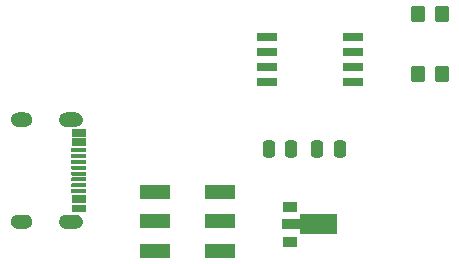
<source format=gtp>
%TF.GenerationSoftware,KiCad,Pcbnew,(6.0.6-0)*%
%TF.CreationDate,2022-08-20T19:49:00-04:00*%
%TF.ProjectId,SAO_Platform,53414f5f-506c-4617-9466-6f726d2e6b69,rev?*%
%TF.SameCoordinates,Original*%
%TF.FileFunction,Paste,Top*%
%TF.FilePolarity,Positive*%
%FSLAX46Y46*%
G04 Gerber Fmt 4.6, Leading zero omitted, Abs format (unit mm)*
G04 Created by KiCad (PCBNEW (6.0.6-0)) date 2022-08-20 19:49:00*
%MOMM*%
%LPD*%
G01*
G04 APERTURE LIST*
G04 Aperture macros list*
%AMRoundRect*
0 Rectangle with rounded corners*
0 $1 Rounding radius*
0 $2 $3 $4 $5 $6 $7 $8 $9 X,Y pos of 4 corners*
0 Add a 4 corners polygon primitive as box body*
4,1,4,$2,$3,$4,$5,$6,$7,$8,$9,$2,$3,0*
0 Add four circle primitives for the rounded corners*
1,1,$1+$1,$2,$3*
1,1,$1+$1,$4,$5*
1,1,$1+$1,$6,$7*
1,1,$1+$1,$8,$9*
0 Add four rect primitives between the rounded corners*
20,1,$1+$1,$2,$3,$4,$5,0*
20,1,$1+$1,$4,$5,$6,$7,0*
20,1,$1+$1,$6,$7,$8,$9,0*
20,1,$1+$1,$8,$9,$2,$3,0*%
%AMFreePoly0*
4,1,9,3.862500,-0.866500,0.737500,-0.866500,0.737500,-0.450000,-0.737500,-0.450000,-0.737500,0.450000,0.737500,0.450000,0.737500,0.866500,3.862500,0.866500,3.862500,-0.866500,3.862500,-0.866500,$1*%
G04 Aperture macros list end*
%ADD10O,2.000000X1.200000*%
%ADD11O,1.800000X1.200000*%
%ADD12R,1.300000X0.300000*%
%ADD13RoundRect,0.250000X-0.350000X-0.450000X0.350000X-0.450000X0.350000X0.450000X-0.350000X0.450000X0*%
%ADD14R,1.300000X0.900000*%
%ADD15FreePoly0,0.000000*%
%ADD16R,2.500000X1.200000*%
%ADD17RoundRect,0.250000X-0.250000X-0.475000X0.250000X-0.475000X0.250000X0.475000X-0.250000X0.475000X0*%
%ADD18R,1.700000X0.650000*%
G04 APERTURE END LIST*
%TO.C,J1*%
G36*
X108023230Y-92082098D02*
G01*
X106833230Y-92082098D01*
X106833230Y-91582098D01*
X108023230Y-91582098D01*
X108023230Y-92082098D01*
G37*
G36*
X102928230Y-84513098D02*
G01*
X102958230Y-84515098D01*
X102987230Y-84519098D01*
X103017230Y-84524098D01*
X103046230Y-84531098D01*
X103075230Y-84539098D01*
X103103230Y-84548098D01*
X103131230Y-84559098D01*
X103158230Y-84571098D01*
X103185230Y-84585098D01*
X103211230Y-84600098D01*
X103236230Y-84616098D01*
X103284230Y-84652098D01*
X103306230Y-84672098D01*
X103327230Y-84693098D01*
X103348230Y-84715098D01*
X103367230Y-84738098D01*
X103385230Y-84762098D01*
X103402230Y-84786098D01*
X103418230Y-84812098D01*
X103432230Y-84838098D01*
X103445230Y-84865098D01*
X103467230Y-84921098D01*
X103476230Y-84949098D01*
X103483230Y-84978098D01*
X103489230Y-85008098D01*
X103493230Y-85037098D01*
X103496230Y-85067098D01*
X103498230Y-85097098D01*
X103498230Y-85127098D01*
X103496230Y-85157098D01*
X103493230Y-85187098D01*
X103489230Y-85216098D01*
X103483230Y-85245098D01*
X103476230Y-85274098D01*
X103467230Y-85303098D01*
X103445230Y-85359098D01*
X103432230Y-85386098D01*
X103418230Y-85412098D01*
X103402230Y-85437098D01*
X103385230Y-85462098D01*
X103367230Y-85486098D01*
X103348230Y-85509098D01*
X103327230Y-85531098D01*
X103306230Y-85552098D01*
X103284230Y-85572098D01*
X103236230Y-85608098D01*
X103211230Y-85624098D01*
X103185230Y-85639098D01*
X103158230Y-85653098D01*
X103131230Y-85665098D01*
X103103230Y-85676098D01*
X103075230Y-85685098D01*
X103046230Y-85693098D01*
X103017230Y-85700098D01*
X102987230Y-85705098D01*
X102958230Y-85709098D01*
X102928230Y-85711098D01*
X102898230Y-85712098D01*
X102298230Y-85712098D01*
X102268230Y-85711098D01*
X102238230Y-85709098D01*
X102209230Y-85705098D01*
X102179230Y-85700098D01*
X102150230Y-85693098D01*
X102121230Y-85685098D01*
X102093230Y-85676098D01*
X102065230Y-85665098D01*
X102038230Y-85653098D01*
X102011230Y-85639098D01*
X101985230Y-85624098D01*
X101960230Y-85608098D01*
X101912230Y-85572098D01*
X101890230Y-85552098D01*
X101868230Y-85531098D01*
X101848230Y-85509098D01*
X101829230Y-85486098D01*
X101811230Y-85462098D01*
X101794230Y-85437098D01*
X101778230Y-85412098D01*
X101764230Y-85386098D01*
X101751230Y-85359098D01*
X101739230Y-85331098D01*
X101729230Y-85303098D01*
X101720230Y-85274098D01*
X101713230Y-85245098D01*
X101707230Y-85216098D01*
X101703230Y-85187098D01*
X101700230Y-85157098D01*
X101698230Y-85127098D01*
X101698230Y-85097098D01*
X101700230Y-85067098D01*
X101703230Y-85037098D01*
X101707230Y-85008098D01*
X101713230Y-84978098D01*
X101720230Y-84949098D01*
X101729230Y-84921098D01*
X101739230Y-84893098D01*
X101751230Y-84865098D01*
X101764230Y-84838098D01*
X101778230Y-84812098D01*
X101794230Y-84786098D01*
X101811230Y-84762098D01*
X101829230Y-84738098D01*
X101848230Y-84715098D01*
X101868230Y-84693098D01*
X101890230Y-84672098D01*
X101912230Y-84652098D01*
X101960230Y-84616098D01*
X101985230Y-84600098D01*
X102011230Y-84585098D01*
X102038230Y-84571098D01*
X102065230Y-84559098D01*
X102093230Y-84548098D01*
X102121230Y-84539098D01*
X102150230Y-84531098D01*
X102179230Y-84524098D01*
X102209230Y-84519098D01*
X102238230Y-84515098D01*
X102268230Y-84513098D01*
X102298230Y-84512098D01*
X102898230Y-84512098D01*
X102928230Y-84513098D01*
G37*
G36*
X108073230Y-88332098D02*
G01*
X106783230Y-88332098D01*
X106783230Y-88032098D01*
X108073230Y-88032098D01*
X108073230Y-88332098D01*
G37*
G36*
X108023230Y-87282098D02*
G01*
X106833230Y-87282098D01*
X106833230Y-86782098D01*
X108023230Y-86782098D01*
X108023230Y-87282098D01*
G37*
G36*
X108023230Y-92882098D02*
G01*
X106833230Y-92882098D01*
X106833230Y-92382098D01*
X108023230Y-92382098D01*
X108023230Y-92882098D01*
G37*
G36*
X108023230Y-86482098D02*
G01*
X106833230Y-86482098D01*
X106833230Y-85982098D01*
X108023230Y-85982098D01*
X108023230Y-86482098D01*
G37*
G36*
X107208230Y-93153098D02*
G01*
X107238230Y-93155098D01*
X107267230Y-93159098D01*
X107297230Y-93164098D01*
X107326230Y-93171098D01*
X107355230Y-93179098D01*
X107383230Y-93188098D01*
X107411230Y-93199098D01*
X107438230Y-93211098D01*
X107465230Y-93225098D01*
X107491230Y-93240098D01*
X107516230Y-93256098D01*
X107564230Y-93292098D01*
X107586230Y-93312098D01*
X107608230Y-93333098D01*
X107628230Y-93355098D01*
X107647230Y-93378098D01*
X107665230Y-93402098D01*
X107682230Y-93427098D01*
X107698230Y-93452098D01*
X107712230Y-93478098D01*
X107725230Y-93505098D01*
X107737230Y-93533098D01*
X107747230Y-93561098D01*
X107756230Y-93590098D01*
X107763230Y-93619098D01*
X107769230Y-93648098D01*
X107773230Y-93677098D01*
X107776230Y-93707098D01*
X107778230Y-93737098D01*
X107778230Y-93767098D01*
X107776230Y-93797098D01*
X107773230Y-93827098D01*
X107769230Y-93856098D01*
X107763230Y-93886098D01*
X107756230Y-93915098D01*
X107747230Y-93943098D01*
X107737230Y-93971098D01*
X107725230Y-93999098D01*
X107712230Y-94026098D01*
X107698230Y-94052098D01*
X107682230Y-94078098D01*
X107665230Y-94102098D01*
X107647230Y-94126098D01*
X107628230Y-94149098D01*
X107608230Y-94171098D01*
X107586230Y-94192098D01*
X107564230Y-94212098D01*
X107516230Y-94248098D01*
X107491230Y-94264098D01*
X107465230Y-94279098D01*
X107438230Y-94293098D01*
X107411230Y-94305098D01*
X107383230Y-94316098D01*
X107355230Y-94325098D01*
X107326230Y-94333098D01*
X107297230Y-94340098D01*
X107267230Y-94345098D01*
X107238230Y-94349098D01*
X107208230Y-94351098D01*
X107178230Y-94352098D01*
X106378230Y-94352098D01*
X106348230Y-94351098D01*
X106318230Y-94349098D01*
X106289230Y-94345098D01*
X106259230Y-94340098D01*
X106230230Y-94333098D01*
X106201230Y-94325098D01*
X106173230Y-94316098D01*
X106145230Y-94305098D01*
X106118230Y-94293098D01*
X106091230Y-94279098D01*
X106065230Y-94264098D01*
X106040230Y-94248098D01*
X105992230Y-94212098D01*
X105970230Y-94192098D01*
X105949230Y-94171098D01*
X105928230Y-94149098D01*
X105909230Y-94126098D01*
X105891230Y-94102098D01*
X105874230Y-94078098D01*
X105858230Y-94052098D01*
X105844230Y-94026098D01*
X105831230Y-93999098D01*
X105809230Y-93943098D01*
X105800230Y-93915098D01*
X105793230Y-93886098D01*
X105787230Y-93856098D01*
X105783230Y-93827098D01*
X105780230Y-93797098D01*
X105778230Y-93767098D01*
X105778230Y-93737098D01*
X105780230Y-93707098D01*
X105783230Y-93677098D01*
X105787230Y-93648098D01*
X105793230Y-93619098D01*
X105800230Y-93590098D01*
X105809230Y-93561098D01*
X105831230Y-93505098D01*
X105844230Y-93478098D01*
X105858230Y-93452098D01*
X105874230Y-93427098D01*
X105891230Y-93402098D01*
X105909230Y-93378098D01*
X105928230Y-93355098D01*
X105949230Y-93333098D01*
X105970230Y-93312098D01*
X105992230Y-93292098D01*
X106040230Y-93256098D01*
X106065230Y-93240098D01*
X106091230Y-93225098D01*
X106118230Y-93211098D01*
X106145230Y-93199098D01*
X106173230Y-93188098D01*
X106201230Y-93179098D01*
X106230230Y-93171098D01*
X106259230Y-93164098D01*
X106289230Y-93159098D01*
X106318230Y-93155098D01*
X106348230Y-93153098D01*
X106378230Y-93152098D01*
X107178230Y-93152098D01*
X107208230Y-93153098D01*
G37*
G36*
X108073230Y-87832098D02*
G01*
X106783230Y-87832098D01*
X106783230Y-87532098D01*
X108073230Y-87532098D01*
X108073230Y-87832098D01*
G37*
G36*
X108073230Y-91332098D02*
G01*
X106783230Y-91332098D01*
X106783230Y-91032098D01*
X108073230Y-91032098D01*
X108073230Y-91332098D01*
G37*
G36*
X108073230Y-90832098D02*
G01*
X106783230Y-90832098D01*
X106783230Y-90532098D01*
X108073230Y-90532098D01*
X108073230Y-90832098D01*
G37*
G36*
X108073230Y-89332098D02*
G01*
X106783230Y-89332098D01*
X106783230Y-89032098D01*
X108073230Y-89032098D01*
X108073230Y-89332098D01*
G37*
G36*
X108073230Y-89832098D02*
G01*
X106783230Y-89832098D01*
X106783230Y-89532098D01*
X108073230Y-89532098D01*
X108073230Y-89832098D01*
G37*
G36*
X102928230Y-93153098D02*
G01*
X102958230Y-93155098D01*
X102987230Y-93159098D01*
X103017230Y-93164098D01*
X103046230Y-93171098D01*
X103075230Y-93179098D01*
X103103230Y-93188098D01*
X103131230Y-93199098D01*
X103158230Y-93211098D01*
X103185230Y-93225098D01*
X103211230Y-93240098D01*
X103236230Y-93256098D01*
X103284230Y-93292098D01*
X103306230Y-93312098D01*
X103327230Y-93333098D01*
X103348230Y-93355098D01*
X103367230Y-93378098D01*
X103385230Y-93402098D01*
X103402230Y-93427098D01*
X103418230Y-93452098D01*
X103432230Y-93478098D01*
X103445230Y-93505098D01*
X103467230Y-93561098D01*
X103476230Y-93590098D01*
X103483230Y-93619098D01*
X103489230Y-93648098D01*
X103493230Y-93677098D01*
X103496230Y-93707098D01*
X103498230Y-93737098D01*
X103498230Y-93767098D01*
X103496230Y-93797098D01*
X103493230Y-93827098D01*
X103489230Y-93856098D01*
X103483230Y-93886098D01*
X103476230Y-93915098D01*
X103467230Y-93943098D01*
X103445230Y-93999098D01*
X103432230Y-94026098D01*
X103418230Y-94052098D01*
X103402230Y-94078098D01*
X103385230Y-94102098D01*
X103367230Y-94126098D01*
X103348230Y-94149098D01*
X103327230Y-94171098D01*
X103306230Y-94192098D01*
X103284230Y-94212098D01*
X103236230Y-94248098D01*
X103211230Y-94264098D01*
X103185230Y-94279098D01*
X103158230Y-94293098D01*
X103131230Y-94305098D01*
X103103230Y-94316098D01*
X103075230Y-94325098D01*
X103046230Y-94333098D01*
X103017230Y-94340098D01*
X102987230Y-94345098D01*
X102958230Y-94349098D01*
X102928230Y-94351098D01*
X102898230Y-94352098D01*
X102298230Y-94352098D01*
X102268230Y-94351098D01*
X102238230Y-94349098D01*
X102209230Y-94345098D01*
X102179230Y-94340098D01*
X102150230Y-94333098D01*
X102121230Y-94325098D01*
X102093230Y-94316098D01*
X102065230Y-94305098D01*
X102038230Y-94293098D01*
X102011230Y-94279098D01*
X101985230Y-94264098D01*
X101960230Y-94248098D01*
X101912230Y-94212098D01*
X101890230Y-94192098D01*
X101868230Y-94171098D01*
X101848230Y-94149098D01*
X101829230Y-94126098D01*
X101811230Y-94102098D01*
X101794230Y-94078098D01*
X101778230Y-94052098D01*
X101764230Y-94026098D01*
X101751230Y-93999098D01*
X101739230Y-93971098D01*
X101729230Y-93943098D01*
X101720230Y-93915098D01*
X101713230Y-93886098D01*
X101707230Y-93856098D01*
X101703230Y-93827098D01*
X101700230Y-93797098D01*
X101698230Y-93767098D01*
X101698230Y-93737098D01*
X101700230Y-93707098D01*
X101703230Y-93677098D01*
X101707230Y-93648098D01*
X101713230Y-93619098D01*
X101720230Y-93590098D01*
X101729230Y-93561098D01*
X101739230Y-93533098D01*
X101751230Y-93505098D01*
X101764230Y-93478098D01*
X101778230Y-93452098D01*
X101794230Y-93427098D01*
X101811230Y-93402098D01*
X101829230Y-93378098D01*
X101848230Y-93355098D01*
X101868230Y-93333098D01*
X101890230Y-93312098D01*
X101912230Y-93292098D01*
X101960230Y-93256098D01*
X101985230Y-93240098D01*
X102011230Y-93225098D01*
X102038230Y-93211098D01*
X102065230Y-93199098D01*
X102093230Y-93188098D01*
X102121230Y-93179098D01*
X102150230Y-93171098D01*
X102179230Y-93164098D01*
X102209230Y-93159098D01*
X102238230Y-93155098D01*
X102268230Y-93153098D01*
X102298230Y-93152098D01*
X102898230Y-93152098D01*
X102928230Y-93153098D01*
G37*
G36*
X108073230Y-90332098D02*
G01*
X106783230Y-90332098D01*
X106783230Y-90032098D01*
X108073230Y-90032098D01*
X108073230Y-90332098D01*
G37*
G36*
X108073230Y-88832098D02*
G01*
X106783230Y-88832098D01*
X106783230Y-88532098D01*
X108073230Y-88532098D01*
X108073230Y-88832098D01*
G37*
G36*
X107208230Y-84513098D02*
G01*
X107238230Y-84515098D01*
X107267230Y-84519098D01*
X107297230Y-84524098D01*
X107326230Y-84531098D01*
X107355230Y-84539098D01*
X107383230Y-84548098D01*
X107411230Y-84559098D01*
X107438230Y-84571098D01*
X107465230Y-84585098D01*
X107491230Y-84600098D01*
X107516230Y-84616098D01*
X107564230Y-84652098D01*
X107586230Y-84672098D01*
X107608230Y-84693098D01*
X107628230Y-84715098D01*
X107647230Y-84738098D01*
X107665230Y-84762098D01*
X107682230Y-84786098D01*
X107698230Y-84812098D01*
X107712230Y-84838098D01*
X107725230Y-84865098D01*
X107737230Y-84893098D01*
X107747230Y-84921098D01*
X107756230Y-84949098D01*
X107763230Y-84978098D01*
X107769230Y-85008098D01*
X107773230Y-85037098D01*
X107776230Y-85067098D01*
X107778230Y-85097098D01*
X107778230Y-85127098D01*
X107776230Y-85157098D01*
X107773230Y-85187098D01*
X107769230Y-85216098D01*
X107763230Y-85245098D01*
X107756230Y-85274098D01*
X107747230Y-85303098D01*
X107737230Y-85331098D01*
X107725230Y-85359098D01*
X107712230Y-85386098D01*
X107698230Y-85412098D01*
X107682230Y-85437098D01*
X107665230Y-85462098D01*
X107647230Y-85486098D01*
X107628230Y-85509098D01*
X107608230Y-85531098D01*
X107586230Y-85552098D01*
X107564230Y-85572098D01*
X107516230Y-85608098D01*
X107491230Y-85624098D01*
X107465230Y-85639098D01*
X107438230Y-85653098D01*
X107411230Y-85665098D01*
X107383230Y-85676098D01*
X107355230Y-85685098D01*
X107326230Y-85693098D01*
X107297230Y-85700098D01*
X107267230Y-85705098D01*
X107238230Y-85709098D01*
X107208230Y-85711098D01*
X107178230Y-85712098D01*
X106378230Y-85712098D01*
X106348230Y-85711098D01*
X106318230Y-85709098D01*
X106289230Y-85705098D01*
X106259230Y-85700098D01*
X106230230Y-85693098D01*
X106201230Y-85685098D01*
X106173230Y-85676098D01*
X106145230Y-85665098D01*
X106118230Y-85653098D01*
X106091230Y-85639098D01*
X106065230Y-85624098D01*
X106040230Y-85608098D01*
X105992230Y-85572098D01*
X105970230Y-85552098D01*
X105949230Y-85531098D01*
X105928230Y-85509098D01*
X105909230Y-85486098D01*
X105891230Y-85462098D01*
X105874230Y-85437098D01*
X105858230Y-85412098D01*
X105844230Y-85386098D01*
X105831230Y-85359098D01*
X105809230Y-85303098D01*
X105800230Y-85274098D01*
X105793230Y-85245098D01*
X105787230Y-85216098D01*
X105783230Y-85187098D01*
X105780230Y-85157098D01*
X105778230Y-85127098D01*
X105778230Y-85097098D01*
X105780230Y-85067098D01*
X105783230Y-85037098D01*
X105787230Y-85008098D01*
X105793230Y-84978098D01*
X105800230Y-84949098D01*
X105809230Y-84921098D01*
X105831230Y-84865098D01*
X105844230Y-84838098D01*
X105858230Y-84812098D01*
X105874230Y-84786098D01*
X105891230Y-84762098D01*
X105909230Y-84738098D01*
X105928230Y-84715098D01*
X105949230Y-84693098D01*
X105970230Y-84672098D01*
X105992230Y-84652098D01*
X106040230Y-84616098D01*
X106065230Y-84600098D01*
X106091230Y-84585098D01*
X106118230Y-84571098D01*
X106145230Y-84559098D01*
X106173230Y-84548098D01*
X106201230Y-84539098D01*
X106230230Y-84531098D01*
X106259230Y-84524098D01*
X106289230Y-84519098D01*
X106318230Y-84515098D01*
X106348230Y-84513098D01*
X106378230Y-84512098D01*
X107178230Y-84512098D01*
X107208230Y-84513098D01*
G37*
%TD*%
D10*
%TO.C,J1*%
X106778230Y-85112098D03*
X106778230Y-93752098D03*
D11*
X102598230Y-85112098D03*
X102598230Y-93752098D03*
D12*
X107428230Y-86082098D03*
X107428230Y-86882098D03*
X107428230Y-88182098D03*
X107428230Y-89182098D03*
X107428230Y-89682098D03*
X107428230Y-90682098D03*
X107428230Y-91982098D03*
X107428230Y-92782098D03*
X107428230Y-92482098D03*
X107428230Y-91682098D03*
X107428230Y-91182098D03*
X107428230Y-90182098D03*
X107428230Y-88682098D03*
X107428230Y-87682098D03*
X107428230Y-87182098D03*
X107428230Y-86382098D03*
%TD*%
D13*
%TO.C,R2*%
X136160000Y-81280000D03*
X138160000Y-81280000D03*
%TD*%
D14*
%TO.C,VR1*%
X125350000Y-92480000D03*
D15*
X125437500Y-93980000D03*
D14*
X125350000Y-95480000D03*
%TD*%
D16*
%TO.C,SW1*%
X113880000Y-96206971D03*
X119380000Y-96206971D03*
X119380000Y-93706971D03*
X113880000Y-93706971D03*
X113880000Y-91206971D03*
X119380000Y-91206971D03*
%TD*%
D17*
%TO.C,C2*%
X127640000Y-87630000D03*
X129540000Y-87630000D03*
%TD*%
D18*
%TO.C,U2*%
X123350000Y-78105000D03*
X123350000Y-79375000D03*
X123350000Y-80645000D03*
X123350000Y-81915000D03*
X130650000Y-81915000D03*
X130650000Y-80645000D03*
X130650000Y-79375000D03*
X130650000Y-78105000D03*
%TD*%
D13*
%TO.C,R1*%
X136160000Y-76200000D03*
X138160000Y-76200000D03*
%TD*%
D17*
%TO.C,C1*%
X123510000Y-87630000D03*
X125410000Y-87630000D03*
%TD*%
M02*

</source>
